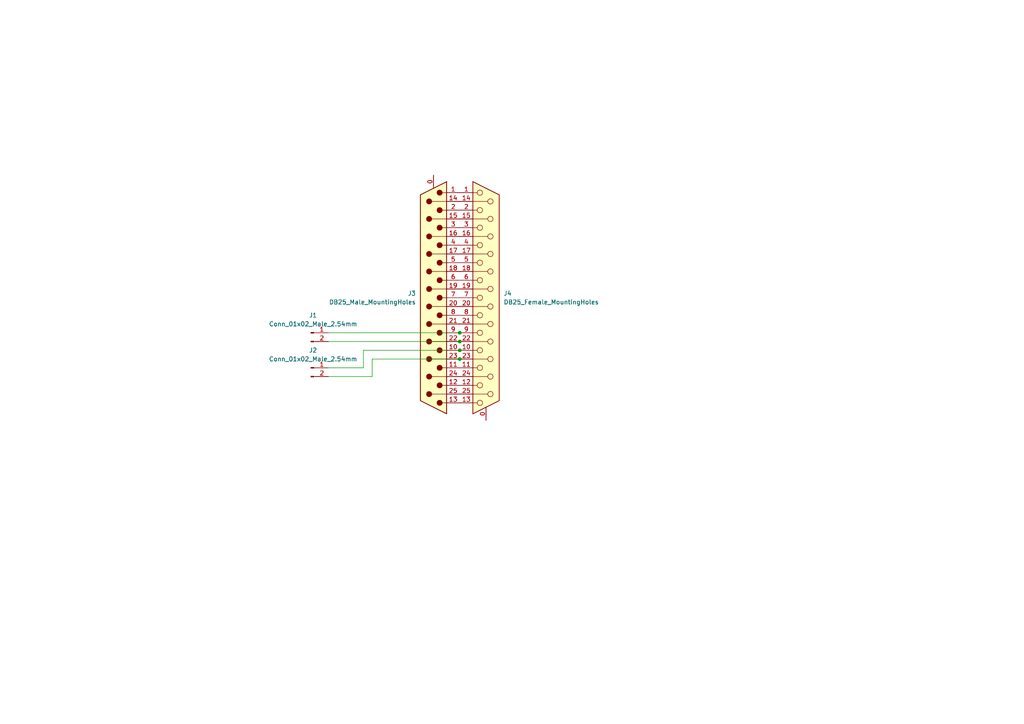
<source format=kicad_sch>
(kicad_sch (version 20211123) (generator eeschema)
  (paper "A4")
  (lib_symbols
    (symbol "0JLC-6:Conn_01x02_Male_2.54mm" (pin_names (offset 1.016) hide)
      (property "Reference" "J" (at 0 2.54 0))
      (property "Value" "Conn_01x02_Male_2.54mm" (at 0 -5.08 0))
      (symbol "Conn_01x02_Male_2.54mm_1_1"
        (polyline (pts (xy 1.27 -2.54) (xy 0.8636 -2.54)) (stroke (width 0.1524)))
        (polyline (pts (xy 1.27 0) (xy 0.8636 0)) (stroke (width 0.1524)))
        (rectangle (start 0.8636 -2.413) (end 0 -2.667) (stroke (width 0.1524)) (fill (type outline)))
        (rectangle (start 0.8636 0.127) (end 0 -0.127) (stroke (width 0.1524)) (fill (type outline)))
        (pin passive line (at 5.08 0 180) (length 3.81) (name "Pin_1") (number "1"))
        (pin passive line (at 5.08 -2.54 180) (length 3.81) (name "Pin_2") (number "2"))
      )
    )
    (symbol "Connector:DB25_Female_MountingHoles" (pin_names (offset 1.016) hide)
      (property "Reference" "J" (at 0 36.83 0))
      (property "Value" "DB25_Female_MountingHoles" (at 0 34.925 0))
      (symbol "DB25_Female_MountingHoles_0_1"
        (circle (center -1.778 -30.48) (radius 0.762))
        (circle (center -1.778 -25.4) (radius 0.762))
        (circle (center -1.778 -20.32) (radius 0.762))
        (circle (center -1.778 -15.24) (radius 0.762))
        (circle (center -1.778 -10.16) (radius 0.762))
        (circle (center -1.778 -5.08) (radius 0.762))
        (circle (center -1.778 0) (radius 0.762))
        (circle (center -1.778 5.08) (radius 0.762))
        (circle (center -1.778 10.16) (radius 0.762))
        (circle (center -1.778 15.24) (radius 0.762))
        (circle (center -1.778 20.32) (radius 0.762))
        (circle (center -1.778 25.4) (radius 0.762))
        (circle (center -1.778 30.48) (radius 0.762))
        (polyline (pts (xy -3.81 -30.48) (xy -2.54 -30.48)))
        (polyline (pts (xy -3.81 -27.94) (xy 0.508 -27.94)))
        (polyline (pts (xy -3.81 -25.4) (xy -2.54 -25.4)))
        (polyline (pts (xy -3.81 -22.86) (xy 0.508 -22.86)))
        (polyline (pts (xy -3.81 -20.32) (xy -2.54 -20.32)))
        (polyline (pts (xy -3.81 -17.78) (xy 0.508 -17.78)))
        (polyline (pts (xy -3.81 -15.24) (xy -2.54 -15.24)))
        (polyline (pts (xy -3.81 -12.7) (xy 0.508 -12.7)))
        (polyline (pts (xy -3.81 -10.16) (xy -2.54 -10.16)))
        (polyline (pts (xy -3.81 -7.62) (xy 0.508 -7.62)))
        (polyline (pts (xy -3.81 -5.08) (xy -2.54 -5.08)))
        (polyline (pts (xy -3.81 -2.54) (xy 0.508 -2.54)))
        (polyline (pts (xy -3.81 0) (xy -2.54 0)))
        (polyline (pts (xy -3.81 2.54) (xy 0.508 2.54)))
        (polyline (pts (xy -3.81 5.08) (xy -2.54 5.08)))
        (polyline (pts (xy -3.81 7.62) (xy 0.508 7.62)))
        (polyline (pts (xy -3.81 10.16) (xy -2.54 10.16)))
        (polyline (pts (xy -3.81 12.7) (xy 0.508 12.7)))
        (polyline (pts (xy -3.81 15.24) (xy -2.54 15.24)))
        (polyline (pts (xy -3.81 17.78) (xy 0.508 17.78)))
        (polyline (pts (xy -3.81 20.32) (xy -2.54 20.32)))
        (polyline (pts (xy -3.81 22.86) (xy 0.508 22.86)))
        (polyline (pts (xy -3.81 25.4) (xy -2.54 25.4)))
        (polyline (pts (xy -3.81 27.94) (xy 0.508 27.94)))
        (polyline (pts (xy -3.81 30.48) (xy -2.54 30.48)))
        (polyline (pts (xy -3.81 33.655) (xy 3.81 29.845) (xy 3.81 -29.845) (xy -3.81 -33.655) (xy -3.81 33.655)) (stroke (width 0.254)) (fill (type background)))
        (circle (center 1.27 -27.94) (radius 0.762))
        (circle (center 1.27 -22.86) (radius 0.762))
        (circle (center 1.27 -17.78) (radius 0.762))
        (circle (center 1.27 -12.7) (radius 0.762))
        (circle (center 1.27 -7.62) (radius 0.762))
        (circle (center 1.27 -2.54) (radius 0.762))
        (circle (center 1.27 2.54) (radius 0.762))
        (circle (center 1.27 7.62) (radius 0.762))
        (circle (center 1.27 12.7) (radius 0.762))
        (circle (center 1.27 17.78) (radius 0.762))
        (circle (center 1.27 22.86) (radius 0.762))
        (circle (center 1.27 27.94) (radius 0.762))
      )
      (symbol "DB25_Female_MountingHoles_1_1"
        (pin passive line (at 0 -35.56 90) (length 3.81) (name "PAD") (number "0"))
        (pin passive line (at -7.62 30.48 0) (length 3.81) (name "1") (number "1"))
        (pin passive line (at -7.62 -15.24 0) (length 3.81) (name "10") (number "10"))
        (pin passive line (at -7.62 -20.32 0) (length 3.81) (name "11") (number "11"))
        (pin passive line (at -7.62 -25.4 0) (length 3.81) (name "12") (number "12"))
        (pin passive line (at -7.62 -30.48 0) (length 3.81) (name "13") (number "13"))
        (pin passive line (at -7.62 27.94 0) (length 3.81) (name "P14") (number "14"))
        (pin passive line (at -7.62 22.86 0) (length 3.81) (name "P15") (number "15"))
        (pin passive line (at -7.62 17.78 0) (length 3.81) (name "P16") (number "16"))
        (pin passive line (at -7.62 12.7 0) (length 3.81) (name "P17") (number "17"))
        (pin passive line (at -7.62 7.62 0) (length 3.81) (name "P18") (number "18"))
        (pin passive line (at -7.62 2.54 0) (length 3.81) (name "P19") (number "19"))
        (pin passive line (at -7.62 25.4 0) (length 3.81) (name "2") (number "2"))
        (pin passive line (at -7.62 -2.54 0) (length 3.81) (name "P20") (number "20"))
        (pin passive line (at -7.62 -7.62 0) (length 3.81) (name "P21") (number "21"))
        (pin passive line (at -7.62 -12.7 0) (length 3.81) (name "P22") (number "22"))
        (pin passive line (at -7.62 -17.78 0) (length 3.81) (name "P23") (number "23"))
        (pin passive line (at -7.62 -22.86 0) (length 3.81) (name "P24") (number "24"))
        (pin passive line (at -7.62 -27.94 0) (length 3.81) (name "P25") (number "25"))
        (pin passive line (at -7.62 20.32 0) (length 3.81) (name "3") (number "3"))
        (pin passive line (at -7.62 15.24 0) (length 3.81) (name "4") (number "4"))
        (pin passive line (at -7.62 10.16 0) (length 3.81) (name "5") (number "5"))
        (pin passive line (at -7.62 5.08 0) (length 3.81) (name "6") (number "6"))
        (pin passive line (at -7.62 0 0) (length 3.81) (name "7") (number "7"))
        (pin passive line (at -7.62 -5.08 0) (length 3.81) (name "8") (number "8"))
        (pin passive line (at -7.62 -10.16 0) (length 3.81) (name "9") (number "9"))
      )
    )
    (symbol "Connector:DB25_Male_MountingHoles" (pin_names (offset 1.016) hide)
      (property "Reference" "J" (at 0 36.83 0))
      (property "Value" "DB25_Male_MountingHoles" (at 0 34.925 0))
      (symbol "DB25_Male_MountingHoles_0_1"
        (circle (center -1.778 -30.48) (radius 0.762) (fill (type outline)))
        (circle (center -1.778 -25.4) (radius 0.762) (fill (type outline)))
        (circle (center -1.778 -20.32) (radius 0.762) (fill (type outline)))
        (circle (center -1.778 -15.24) (radius 0.762) (fill (type outline)))
        (circle (center -1.778 -10.16) (radius 0.762) (fill (type outline)))
        (circle (center -1.778 -5.08) (radius 0.762) (fill (type outline)))
        (circle (center -1.778 0) (radius 0.762) (fill (type outline)))
        (circle (center -1.778 5.08) (radius 0.762) (fill (type outline)))
        (circle (center -1.778 10.16) (radius 0.762) (fill (type outline)))
        (circle (center -1.778 15.24) (radius 0.762) (fill (type outline)))
        (circle (center -1.778 20.32) (radius 0.762) (fill (type outline)))
        (circle (center -1.778 25.4) (radius 0.762) (fill (type outline)))
        (circle (center -1.778 30.48) (radius 0.762) (fill (type outline)))
        (polyline (pts (xy -3.81 -30.48) (xy -2.54 -30.48)))
        (polyline (pts (xy -3.81 -27.94) (xy 0.508 -27.94)))
        (polyline (pts (xy -3.81 -25.4) (xy -2.54 -25.4)))
        (polyline (pts (xy -3.81 -22.86) (xy 0.508 -22.86)))
        (polyline (pts (xy -3.81 -20.32) (xy -2.54 -20.32)))
        (polyline (pts (xy -3.81 -17.78) (xy 0.508 -17.78)))
        (polyline (pts (xy -3.81 -15.24) (xy -2.54 -15.24)))
        (polyline (pts (xy -3.81 -12.7) (xy 0.508 -12.7)))
        (polyline (pts (xy -3.81 -10.16) (xy -2.54 -10.16)))
        (polyline (pts (xy -3.81 -7.62) (xy 0.508 -7.62)))
        (polyline (pts (xy -3.81 -5.08) (xy -2.54 -5.08)))
        (polyline (pts (xy -3.81 -2.54) (xy 0.508 -2.54)))
        (polyline (pts (xy -3.81 0) (xy -2.54 0)))
        (polyline (pts (xy -3.81 2.54) (xy 0.508 2.54)))
        (polyline (pts (xy -3.81 5.08) (xy -2.54 5.08)))
        (polyline (pts (xy -3.81 7.62) (xy 0.508 7.62)))
        (polyline (pts (xy -3.81 10.16) (xy -2.54 10.16)))
        (polyline (pts (xy -3.81 12.7) (xy 0.508 12.7)))
        (polyline (pts (xy -3.81 15.24) (xy -2.54 15.24)))
        (polyline (pts (xy -3.81 17.78) (xy 0.508 17.78)))
        (polyline (pts (xy -3.81 20.32) (xy -2.54 20.32)))
        (polyline (pts (xy -3.81 22.86) (xy 0.508 22.86)))
        (polyline (pts (xy -3.81 25.4) (xy -2.54 25.4)))
        (polyline (pts (xy -3.81 27.94) (xy 0.508 27.94)))
        (polyline (pts (xy -3.81 30.48) (xy -2.54 30.48)))
        (polyline (pts (xy -3.81 -33.655) (xy 3.81 -29.845) (xy 3.81 29.845) (xy -3.81 33.655) (xy -3.81 -33.655)) (stroke (width 0.254)) (fill (type background)))
        (circle (center 1.27 -27.94) (radius 0.762) (fill (type outline)))
        (circle (center 1.27 -22.86) (radius 0.762) (fill (type outline)))
        (circle (center 1.27 -17.78) (radius 0.762) (fill (type outline)))
        (circle (center 1.27 -12.7) (radius 0.762) (fill (type outline)))
        (circle (center 1.27 -7.62) (radius 0.762) (fill (type outline)))
        (circle (center 1.27 -2.54) (radius 0.762) (fill (type outline)))
        (circle (center 1.27 2.54) (radius 0.762) (fill (type outline)))
        (circle (center 1.27 7.62) (radius 0.762) (fill (type outline)))
        (circle (center 1.27 12.7) (radius 0.762) (fill (type outline)))
        (circle (center 1.27 17.78) (radius 0.762) (fill (type outline)))
        (circle (center 1.27 22.86) (radius 0.762) (fill (type outline)))
        (circle (center 1.27 27.94) (radius 0.762) (fill (type outline)))
      )
      (symbol "DB25_Male_MountingHoles_1_1"
        (pin passive line (at 0 -35.56 90) (length 3.81) (name "PAD") (number "0"))
        (pin passive line (at -7.62 -30.48 0) (length 3.81) (name "1") (number "1"))
        (pin passive line (at -7.62 15.24 0) (length 3.81) (name "10") (number "10"))
        (pin passive line (at -7.62 20.32 0) (length 3.81) (name "11") (number "11"))
        (pin passive line (at -7.62 25.4 0) (length 3.81) (name "12") (number "12"))
        (pin passive line (at -7.62 30.48 0) (length 3.81) (name "13") (number "13"))
        (pin passive line (at -7.62 -27.94 0) (length 3.81) (name "P14") (number "14"))
        (pin passive line (at -7.62 -22.86 0) (length 3.81) (name "P15") (number "15"))
        (pin passive line (at -7.62 -17.78 0) (length 3.81) (name "P16") (number "16"))
        (pin passive line (at -7.62 -12.7 0) (length 3.81) (name "P17") (number "17"))
        (pin passive line (at -7.62 -7.62 0) (length 3.81) (name "P18") (number "18"))
        (pin passive line (at -7.62 -2.54 0) (length 3.81) (name "P19") (number "19"))
        (pin passive line (at -7.62 -25.4 0) (length 3.81) (name "2") (number "2"))
        (pin passive line (at -7.62 2.54 0) (length 3.81) (name "P20") (number "20"))
        (pin passive line (at -7.62 7.62 0) (length 3.81) (name "P21") (number "21"))
        (pin passive line (at -7.62 12.7 0) (length 3.81) (name "P22") (number "22"))
        (pin passive line (at -7.62 17.78 0) (length 3.81) (name "P23") (number "23"))
        (pin passive line (at -7.62 22.86 0) (length 3.81) (name "P24") (number "24"))
        (pin passive line (at -7.62 27.94 0) (length 3.81) (name "P25") (number "25"))
        (pin passive line (at -7.62 -20.32 0) (length 3.81) (name "3") (number "3"))
        (pin passive line (at -7.62 -15.24 0) (length 3.81) (name "4") (number "4"))
        (pin passive line (at -7.62 -10.16 0) (length 3.81) (name "5") (number "5"))
        (pin passive line (at -7.62 -5.08 0) (length 3.81) (name "6") (number "6"))
        (pin passive line (at -7.62 0 0) (length 3.81) (name "7") (number "7"))
        (pin passive line (at -7.62 5.08 0) (length 3.81) (name "8") (number "8"))
        (pin passive line (at -7.62 10.16 0) (length 3.81) (name "9") (number "9"))
      )
    )
  )
  (junction (at 133.35 99.06))
  (junction (at 133.35 104.14))
  (junction (at 133.35 101.6))
  (junction (at 133.35 96.52))
  (wire (pts (xy 95.25 96.52) (xy 133.35 96.52)))
  (wire (pts (xy 105.41 106.68) (xy 105.41 101.6)))
  (wire (pts (xy 95.25 99.06) (xy 133.35 99.06)))
  (wire (pts (xy 107.95 104.14) (xy 107.95 109.22)))
  (wire (pts (xy 107.95 109.22) (xy 95.25 109.22)))
  (wire (pts (xy 105.41 101.6) (xy 133.35 101.6)))
  (wire (pts (xy 133.35 104.14) (xy 107.95 104.14)))
  (wire (pts (xy 95.25 106.68) (xy 105.41 106.68)))
  (symbol (lib_id "0JLC-6:Conn_01x02_Male_2.54mm") (at 90.17 96.52 0) (unit 1)
    (property "Reference" "J1" (at 90.805 91.44 0))
    (property "Value" "Conn_01x02_Male_2.54mm" (at 90.805 93.98 0))
    (property "Footprint" "Connector_PinHeader_2.54mm:PinHeader_1x02_P2.54mm_Horizontal" (effects hide))
    (property "LCSC" "C492401" (effects hide))
    (property "MPN" "PZ254V-11-02P" (effects hide))
  )
  (symbol (lib_id "0JLC-6:Conn_01x02_Male_2.54mm") (at 90.17 106.68 0) (unit 1)
    (property "Reference" "J2" (at 90.805 101.6 0))
    (property "Value" "Conn_01x02_Male_2.54mm" (at 90.805 104.14 0))
    (property "Footprint" "Connector_PinHeader_2.54mm:PinHeader_1x02_P2.54mm_Horizontal" (effects hide))
    (property "LCSC" "C492401" (effects hide))
    (property "MPN" "PZ254V-11-02P" (effects hide))
  )
  (symbol (lib_id "Connector:DB25_Female_MountingHoles") (at 140.97 86.36 0) (unit 1)
    (property "Reference" "J4" (at 146.05 85.0899 0) (effects (justify left)))
    (property "Value" "DB25_Female_MountingHoles" (at 146.05 87.6299 0) (effects (justify left)))
    (property "Footprint" "0Project_Library:581M25213L461_Norcomp_Female" (effects hide))
    (property "Datasheet" " ~" (effects hide))
  )
  (symbol (lib_id "Connector:DB25_Male_MountingHoles") (at 125.73 86.36 180) (unit 1)
    (property "Reference" "J3" (at 120.65 85.0899 0) (effects (justify left)))
    (property "Value" "DB25_Male_MountingHoles" (at 120.65 87.6299 0) (effects (justify left)))
    (property "Footprint" "0Project_Library:581M25113L461_Norcomp" (effects hide))
    (property "Datasheet" " ~" (effects hide))
  )
)
</source>
